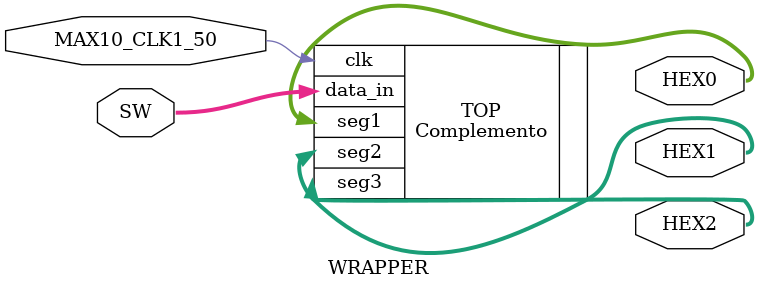
<source format=v>
module WRAPPER(
	input [9:0] SW,
	input MAX10_CLK1_50,
	output [6:0] HEX0, HEX1, HEX2
);

Complemento TOP(
	.clk(MAX10_CLK1_50),
	.data_in(SW),
	.seg1(HEX0), 
	.seg2(HEX1),
	.seg3(HEX2)
);

endmodule
</source>
